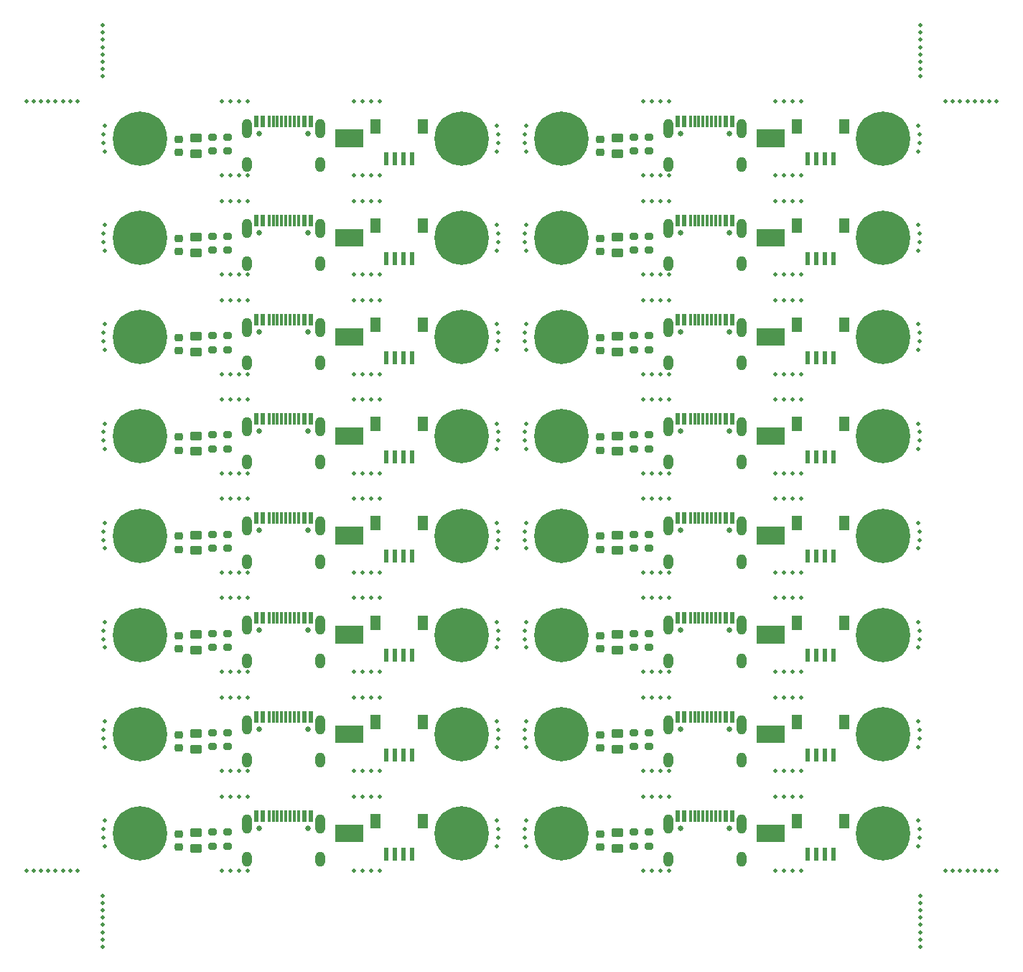
<source format=gbs>
%TF.GenerationSoftware,KiCad,Pcbnew,(6.0.5)*%
%TF.CreationDate,2022-06-15T20:47:15+08:00*%
%TF.ProjectId,panel,70616e65-6c2e-46b6-9963-61645f706362,rev?*%
%TF.SameCoordinates,Original*%
%TF.FileFunction,Soldermask,Bot*%
%TF.FilePolarity,Negative*%
%FSLAX46Y46*%
G04 Gerber Fmt 4.6, Leading zero omitted, Abs format (unit mm)*
G04 Created by KiCad (PCBNEW (6.0.5)) date 2022-06-15 20:47:15*
%MOMM*%
%LPD*%
G01*
G04 APERTURE LIST*
G04 Aperture macros list*
%AMRoundRect*
0 Rectangle with rounded corners*
0 $1 Rounding radius*
0 $2 $3 $4 $5 $6 $7 $8 $9 X,Y pos of 4 corners*
0 Add a 4 corners polygon primitive as box body*
4,1,4,$2,$3,$4,$5,$6,$7,$8,$9,$2,$3,0*
0 Add four circle primitives for the rounded corners*
1,1,$1+$1,$2,$3*
1,1,$1+$1,$4,$5*
1,1,$1+$1,$6,$7*
1,1,$1+$1,$8,$9*
0 Add four rect primitives between the rounded corners*
20,1,$1+$1,$2,$3,$4,$5,0*
20,1,$1+$1,$4,$5,$6,$7,0*
20,1,$1+$1,$6,$7,$8,$9,0*
20,1,$1+$1,$8,$9,$2,$3,0*%
G04 Aperture macros list end*
%ADD10C,0.100000*%
%ADD11C,0.500000*%
%ADD12C,0.800000*%
%ADD13C,6.400000*%
%ADD14C,0.650000*%
%ADD15R,0.575000X1.450000*%
%ADD16R,0.300000X1.450000*%
%ADD17O,1.200000X2.300000*%
%ADD18O,1.200000X1.800000*%
%ADD19RoundRect,0.249999X-0.450001X0.262501X-0.450001X-0.262501X0.450001X-0.262501X0.450001X0.262501X0*%
%ADD20RoundRect,0.200000X0.275000X-0.200000X0.275000X0.200000X-0.275000X0.200000X-0.275000X-0.200000X0*%
%ADD21R,0.600000X1.550000*%
%ADD22R,1.200000X1.800000*%
%ADD23RoundRect,0.225000X-0.250000X0.225000X-0.250000X-0.225000X0.250000X-0.225000X0.250000X0.225000X0*%
G04 APERTURE END LIST*
%TO.C,G1*%
G36*
X54599152Y-99480190D02*
G01*
X51424144Y-99480190D01*
X51424144Y-97495810D01*
X54599152Y-97495810D01*
X54599152Y-99480190D01*
G37*
D10*
X54599152Y-99480190D02*
X51424144Y-99480190D01*
X51424144Y-97495810D01*
X54599152Y-97495810D01*
X54599152Y-99480190D01*
G36*
X54599152Y-64380190D02*
G01*
X51424144Y-64380190D01*
X51424144Y-62395810D01*
X54599152Y-62395810D01*
X54599152Y-64380190D01*
G37*
X54599152Y-64380190D02*
X51424144Y-64380190D01*
X51424144Y-62395810D01*
X54599152Y-62395810D01*
X54599152Y-64380190D01*
G36*
X54599152Y-87780190D02*
G01*
X51424144Y-87780190D01*
X51424144Y-85795810D01*
X54599152Y-85795810D01*
X54599152Y-87780190D01*
G37*
X54599152Y-87780190D02*
X51424144Y-87780190D01*
X51424144Y-85795810D01*
X54599152Y-85795810D01*
X54599152Y-87780190D01*
G36*
X54599152Y-29280190D02*
G01*
X51424144Y-29280190D01*
X51424144Y-27295810D01*
X54599152Y-27295810D01*
X54599152Y-29280190D01*
G37*
X54599152Y-29280190D02*
X51424144Y-29280190D01*
X51424144Y-27295810D01*
X54599152Y-27295810D01*
X54599152Y-29280190D01*
G36*
X54599152Y-76080190D02*
G01*
X51424144Y-76080190D01*
X51424144Y-74095810D01*
X54599152Y-74095810D01*
X54599152Y-76080190D01*
G37*
X54599152Y-76080190D02*
X51424144Y-76080190D01*
X51424144Y-74095810D01*
X54599152Y-74095810D01*
X54599152Y-76080190D01*
G36*
X104299152Y-52680190D02*
G01*
X101124144Y-52680190D01*
X101124144Y-50695810D01*
X104299152Y-50695810D01*
X104299152Y-52680190D01*
G37*
X104299152Y-52680190D02*
X101124144Y-52680190D01*
X101124144Y-50695810D01*
X104299152Y-50695810D01*
X104299152Y-52680190D01*
G36*
X104299152Y-40980190D02*
G01*
X101124144Y-40980190D01*
X101124144Y-38995810D01*
X104299152Y-38995810D01*
X104299152Y-40980190D01*
G37*
X104299152Y-40980190D02*
X101124144Y-40980190D01*
X101124144Y-38995810D01*
X104299152Y-38995810D01*
X104299152Y-40980190D01*
G36*
X104299152Y-76080190D02*
G01*
X101124144Y-76080190D01*
X101124144Y-74095810D01*
X104299152Y-74095810D01*
X104299152Y-76080190D01*
G37*
X104299152Y-76080190D02*
X101124144Y-76080190D01*
X101124144Y-74095810D01*
X104299152Y-74095810D01*
X104299152Y-76080190D01*
G36*
X104299152Y-111180190D02*
G01*
X101124144Y-111180190D01*
X101124144Y-109195810D01*
X104299152Y-109195810D01*
X104299152Y-111180190D01*
G37*
X104299152Y-111180190D02*
X101124144Y-111180190D01*
X101124144Y-109195810D01*
X104299152Y-109195810D01*
X104299152Y-111180190D01*
G36*
X104299152Y-87780190D02*
G01*
X101124144Y-87780190D01*
X101124144Y-85795810D01*
X104299152Y-85795810D01*
X104299152Y-87780190D01*
G37*
X104299152Y-87780190D02*
X101124144Y-87780190D01*
X101124144Y-85795810D01*
X104299152Y-85795810D01*
X104299152Y-87780190D01*
G36*
X104299152Y-29280190D02*
G01*
X101124144Y-29280190D01*
X101124144Y-27295810D01*
X104299152Y-27295810D01*
X104299152Y-29280190D01*
G37*
X104299152Y-29280190D02*
X101124144Y-29280190D01*
X101124144Y-27295810D01*
X104299152Y-27295810D01*
X104299152Y-29280190D01*
G36*
X104299152Y-64380190D02*
G01*
X101124144Y-64380190D01*
X101124144Y-62395810D01*
X104299152Y-62395810D01*
X104299152Y-64380190D01*
G37*
X104299152Y-64380190D02*
X101124144Y-64380190D01*
X101124144Y-62395810D01*
X104299152Y-62395810D01*
X104299152Y-64380190D01*
G36*
X54599152Y-52680190D02*
G01*
X51424144Y-52680190D01*
X51424144Y-50695810D01*
X54599152Y-50695810D01*
X54599152Y-52680190D01*
G37*
X54599152Y-52680190D02*
X51424144Y-52680190D01*
X51424144Y-50695810D01*
X54599152Y-50695810D01*
X54599152Y-52680190D01*
G36*
X54599152Y-111180190D02*
G01*
X51424144Y-111180190D01*
X51424144Y-109195810D01*
X54599152Y-109195810D01*
X54599152Y-111180190D01*
G37*
X54599152Y-111180190D02*
X51424144Y-111180190D01*
X51424144Y-109195810D01*
X54599152Y-109195810D01*
X54599152Y-111180190D01*
G36*
X54599152Y-40980190D02*
G01*
X51424144Y-40980190D01*
X51424144Y-38995810D01*
X54599152Y-38995810D01*
X54599152Y-40980190D01*
G37*
X54599152Y-40980190D02*
X51424144Y-40980190D01*
X51424144Y-38995810D01*
X54599152Y-38995810D01*
X54599152Y-40980190D01*
G36*
X104299152Y-99480190D02*
G01*
X101124144Y-99480190D01*
X101124144Y-97495810D01*
X104299152Y-97495810D01*
X104299152Y-99480190D01*
G37*
X104299152Y-99480190D02*
X101124144Y-99480190D01*
X101124144Y-97495810D01*
X104299152Y-97495810D01*
X104299152Y-99480190D01*
%TD*%
D11*
%TO.C,REF\u002A\u002A*%
X90765765Y-70800000D03*
%TD*%
%TO.C,REF\u002A\u002A*%
X90765765Y-24000000D03*
%TD*%
%TO.C,REF\u002A\u002A*%
X24029255Y-62940601D03*
%TD*%
%TO.C,REF\u002A\u002A*%
X123397295Y-24000000D03*
%TD*%
%TO.C,REF\u002A\u002A*%
X41065765Y-35700000D03*
%TD*%
%TO.C,REF\u002A\u002A*%
X55631530Y-94200000D03*
%TD*%
%TO.C,REF\u002A\u002A*%
X40065765Y-82500000D03*
%TD*%
%TO.C,REF\u002A\u002A*%
X120368040Y-74640601D03*
%TD*%
%TO.C,REF\u002A\u002A*%
X24000000Y-122742857D03*
%TD*%
%TO.C,REF\u002A\u002A*%
X120368040Y-75659398D03*
%TD*%
%TO.C,REF\u002A\u002A*%
X73729255Y-87359398D03*
%TD*%
%TO.C,REF\u002A\u002A*%
X41065765Y-24000000D03*
%TD*%
%TO.C,REF\u002A\u002A*%
X90765765Y-35700000D03*
%TD*%
D12*
%TO.C,MH1*%
X63948648Y-51750000D03*
X64651592Y-50052944D03*
X66348648Y-49350000D03*
X64651592Y-53447056D03*
X66348648Y-54150000D03*
X68045704Y-50052944D03*
D13*
X66348648Y-51750000D03*
D12*
X68045704Y-53447056D03*
X68748648Y-51750000D03*
%TD*%
D11*
%TO.C,REF\u002A\u002A*%
X56631530Y-56100000D03*
%TD*%
%TO.C,REF\u002A\u002A*%
X54631530Y-102900000D03*
%TD*%
%TO.C,REF\u002A\u002A*%
X56631530Y-47400000D03*
%TD*%
%TO.C,REF\u002A\u002A*%
X24000000Y-117600000D03*
%TD*%
%TO.C,REF\u002A\u002A*%
X70430427Y-108750000D03*
%TD*%
%TO.C,REF\u002A\u002A*%
X104331530Y-114600000D03*
%TD*%
%TO.C,REF\u002A\u002A*%
X24000000Y-123600000D03*
%TD*%
%TO.C,REF\u002A\u002A*%
X87765765Y-67800000D03*
%TD*%
%TO.C,REF\u002A\u002A*%
X24266868Y-61950000D03*
%TD*%
%TO.C,REF\u002A\u002A*%
X127683009Y-114600000D03*
%TD*%
%TO.C,REF\u002A\u002A*%
X120368040Y-39540601D03*
%TD*%
%TO.C,REF\u002A\u002A*%
X24000000Y-21000000D03*
%TD*%
%TO.C,REF\u002A\u002A*%
X73966868Y-53250000D03*
%TD*%
%TO.C,REF\u002A\u002A*%
X120130427Y-85350000D03*
%TD*%
%TO.C,REF\u002A\u002A*%
X54631530Y-67800000D03*
%TD*%
%TO.C,REF\u002A\u002A*%
X105331530Y-67800000D03*
%TD*%
%TO.C,REF\u002A\u002A*%
X120368040Y-28859398D03*
%TD*%
%TO.C,REF\u002A\u002A*%
X88765765Y-32700000D03*
%TD*%
%TO.C,REF\u002A\u002A*%
X120368040Y-63959398D03*
%TD*%
%TO.C,REF\u002A\u002A*%
X15857142Y-114600000D03*
%TD*%
%TO.C,REF\u002A\u002A*%
X54631530Y-59100000D03*
%TD*%
%TO.C,REF\u002A\u002A*%
X53631530Y-82500000D03*
%TD*%
%TO.C,REF\u002A\u002A*%
X39065765Y-56100000D03*
%TD*%
%TO.C,REF\u002A\u002A*%
X70430427Y-73650000D03*
%TD*%
%TO.C,REF\u002A\u002A*%
X120368040Y-27840601D03*
%TD*%
%TO.C,REF\u002A\u002A*%
X73729255Y-110759398D03*
%TD*%
%TO.C,REF\u002A\u002A*%
X73729255Y-74640601D03*
%TD*%
%TO.C,REF\u002A\u002A*%
X16714285Y-114600000D03*
%TD*%
%TO.C,REF\u002A\u002A*%
X120397295Y-121885714D03*
%TD*%
%TO.C,REF\u002A\u002A*%
X73966868Y-73650000D03*
%TD*%
%TO.C,REF\u002A\u002A*%
X87765765Y-47400000D03*
%TD*%
%TO.C,REF\u002A\u002A*%
X55631530Y-67800000D03*
%TD*%
%TO.C,REF\u002A\u002A*%
X24266868Y-50250000D03*
%TD*%
%TO.C,REF\u002A\u002A*%
X55631530Y-47400000D03*
%TD*%
D12*
%TO.C,MH2*%
X30748648Y-40050000D03*
X25948648Y-40050000D03*
D13*
X28348648Y-40050000D03*
D12*
X28348648Y-37650000D03*
X28348648Y-42450000D03*
X30045704Y-41747056D03*
X26651592Y-41747056D03*
X30045704Y-38352944D03*
X26651592Y-38352944D03*
%TD*%
D11*
%TO.C,REF\u002A\u002A*%
X39065765Y-24000000D03*
%TD*%
%TO.C,REF\u002A\u002A*%
X120397295Y-19285714D03*
%TD*%
%TO.C,REF\u002A\u002A*%
X70668040Y-40559398D03*
%TD*%
%TO.C,REF\u002A\u002A*%
X103331530Y-70800000D03*
%TD*%
%TO.C,REF\u002A\u002A*%
X55631530Y-70800000D03*
%TD*%
%TO.C,REF\u002A\u002A*%
X24266868Y-26850000D03*
%TD*%
%TO.C,REF\u002A\u002A*%
X56631530Y-114600000D03*
%TD*%
%TO.C,REF\u002A\u002A*%
X39065765Y-102900000D03*
%TD*%
%TO.C,REF\u002A\u002A*%
X88765765Y-35700000D03*
%TD*%
%TO.C,REF\u002A\u002A*%
X105331530Y-105900000D03*
%TD*%
%TO.C,REF\u002A\u002A*%
X89765765Y-59100000D03*
%TD*%
%TO.C,REF\u002A\u002A*%
X39065765Y-94200000D03*
%TD*%
%TO.C,REF\u002A\u002A*%
X104331530Y-94200000D03*
%TD*%
%TO.C,REF\u002A\u002A*%
X24000000Y-19285714D03*
%TD*%
%TO.C,REF\u002A\u002A*%
X104331530Y-56100000D03*
%TD*%
%TO.C,REF\u002A\u002A*%
X38065765Y-59100000D03*
%TD*%
%TO.C,REF\u002A\u002A*%
X128540152Y-114600000D03*
%TD*%
%TO.C,REF\u002A\u002A*%
X56631530Y-94200000D03*
%TD*%
%TO.C,REF\u002A\u002A*%
X56631530Y-105900000D03*
%TD*%
%TO.C,REF\u002A\u002A*%
X105331530Y-102900000D03*
%TD*%
%TO.C,REF\u002A\u002A*%
X73966868Y-108750000D03*
%TD*%
D12*
%TO.C,MH1*%
X68748648Y-28350000D03*
D13*
X66348648Y-28350000D03*
D12*
X68045704Y-30047056D03*
X66348648Y-30750000D03*
X64651592Y-30047056D03*
X68045704Y-26652944D03*
X63948648Y-28350000D03*
X66348648Y-25950000D03*
X64651592Y-26652944D03*
%TD*%
D11*
%TO.C,REF\u002A\u002A*%
X41065765Y-114600000D03*
%TD*%
%TO.C,REF\u002A\u002A*%
X70430427Y-85350000D03*
%TD*%
%TO.C,REF\u002A\u002A*%
X125111580Y-24000000D03*
%TD*%
%TO.C,REF\u002A\u002A*%
X55631530Y-35700000D03*
%TD*%
%TO.C,REF\u002A\u002A*%
X126825866Y-114600000D03*
%TD*%
%TO.C,REF\u002A\u002A*%
X41065765Y-70800000D03*
%TD*%
%TO.C,REF\u002A\u002A*%
X56631530Y-70800000D03*
%TD*%
%TO.C,REF\u002A\u002A*%
X88765765Y-91200000D03*
%TD*%
%TO.C,REF\u002A\u002A*%
X53631530Y-94200000D03*
%TD*%
%TO.C,REF\u002A\u002A*%
X17571428Y-24000000D03*
%TD*%
%TO.C,REF\u002A\u002A*%
X24029255Y-39540601D03*
%TD*%
%TO.C,REF\u002A\u002A*%
X70430427Y-50250000D03*
%TD*%
%TO.C,REF\u002A\u002A*%
X105331530Y-82500000D03*
%TD*%
%TO.C,REF\u002A\u002A*%
X73729255Y-40559398D03*
%TD*%
%TO.C,REF\u002A\u002A*%
X87765765Y-91200000D03*
%TD*%
%TO.C,REF\u002A\u002A*%
X38065765Y-70800000D03*
%TD*%
%TO.C,REF\u002A\u002A*%
X105331530Y-32700000D03*
%TD*%
%TO.C,REF\u002A\u002A*%
X88765765Y-67800000D03*
%TD*%
%TO.C,REF\u002A\u002A*%
X38065765Y-114600000D03*
%TD*%
%TO.C,REF\u002A\u002A*%
X103331530Y-94200000D03*
%TD*%
%TO.C,REF\u002A\u002A*%
X120397295Y-117600000D03*
%TD*%
%TO.C,REF\u002A\u002A*%
X39065765Y-32700000D03*
%TD*%
%TO.C,REF\u002A\u002A*%
X41065765Y-91200000D03*
%TD*%
%TO.C,REF\u002A\u002A*%
X104331530Y-102900000D03*
%TD*%
D12*
%TO.C,MH1*%
X116048648Y-100950000D03*
X114351592Y-100247056D03*
X117745704Y-100247056D03*
D13*
X116048648Y-98550000D03*
D12*
X114351592Y-96852944D03*
X117745704Y-96852944D03*
X113648648Y-98550000D03*
X118448648Y-98550000D03*
X116048648Y-96150000D03*
%TD*%
D11*
%TO.C,REF\u002A\u002A*%
X103331530Y-32700000D03*
%TD*%
%TO.C,REF\u002A\u002A*%
X120368040Y-51240601D03*
%TD*%
%TO.C,REF\u002A\u002A*%
X39065765Y-35700000D03*
%TD*%
%TO.C,REF\u002A\u002A*%
X24266868Y-108750000D03*
%TD*%
%TO.C,REF\u002A\u002A*%
X41065765Y-32700000D03*
%TD*%
%TO.C,REF\u002A\u002A*%
X104331530Y-24000000D03*
%TD*%
%TO.C,REF\u002A\u002A*%
X56631530Y-79500000D03*
%TD*%
%TO.C,REF\u002A\u002A*%
X106331530Y-44400000D03*
%TD*%
%TO.C,REF\u002A\u002A*%
X105331530Y-94200000D03*
%TD*%
%TO.C,REF\u002A\u002A*%
X40065765Y-79500000D03*
%TD*%
%TO.C,REF\u002A\u002A*%
X128540152Y-24000000D03*
%TD*%
%TO.C,REF\u002A\u002A*%
X54631530Y-35700000D03*
%TD*%
%TO.C,REF\u002A\u002A*%
X53631530Y-47400000D03*
%TD*%
%TO.C,REF\u002A\u002A*%
X105331530Y-59100000D03*
%TD*%
D12*
%TO.C,MH2*%
X76351592Y-38352944D03*
X79745704Y-38352944D03*
X78048648Y-42450000D03*
X76351592Y-41747056D03*
X79745704Y-41747056D03*
X78048648Y-37650000D03*
D13*
X78048648Y-40050000D03*
D12*
X75648648Y-40050000D03*
X80448648Y-40050000D03*
%TD*%
D11*
%TO.C,REF\u002A\u002A*%
X40065765Y-35700000D03*
%TD*%
%TO.C,REF\u002A\u002A*%
X21000000Y-114600000D03*
%TD*%
%TO.C,REF\u002A\u002A*%
X70668040Y-87359398D03*
%TD*%
%TO.C,REF\u002A\u002A*%
X88765765Y-44400000D03*
%TD*%
%TO.C,REF\u002A\u002A*%
X105331530Y-56100000D03*
%TD*%
%TO.C,REF\u002A\u002A*%
X38065765Y-35700000D03*
%TD*%
%TO.C,REF\u002A\u002A*%
X120130427Y-53250000D03*
%TD*%
%TO.C,REF\u002A\u002A*%
X103331530Y-102900000D03*
%TD*%
D12*
%TO.C,MH1*%
X114351592Y-61752944D03*
X114351592Y-65147056D03*
X116048648Y-61050000D03*
X117745704Y-65147056D03*
D13*
X116048648Y-63450000D03*
D12*
X113648648Y-63450000D03*
X116048648Y-65850000D03*
X117745704Y-61752944D03*
X118448648Y-63450000D03*
%TD*%
D11*
%TO.C,REF\u002A\u002A*%
X40065765Y-67800000D03*
%TD*%
%TO.C,REF\u002A\u002A*%
X41065765Y-94200000D03*
%TD*%
%TO.C,REF\u002A\u002A*%
X41065765Y-47400000D03*
%TD*%
%TO.C,REF\u002A\u002A*%
X105331530Y-35700000D03*
%TD*%
D12*
%TO.C,MH2*%
X78048648Y-54150000D03*
X76351592Y-53447056D03*
D13*
X78048648Y-51750000D03*
D12*
X76351592Y-50052944D03*
X79745704Y-50052944D03*
X75648648Y-51750000D03*
X79745704Y-53447056D03*
X80448648Y-51750000D03*
X78048648Y-49350000D03*
%TD*%
D11*
%TO.C,REF\u002A\u002A*%
X106331530Y-94200000D03*
%TD*%
%TO.C,REF\u002A\u002A*%
X24266868Y-41550000D03*
%TD*%
%TO.C,REF\u002A\u002A*%
X39065765Y-67800000D03*
%TD*%
%TO.C,REF\u002A\u002A*%
X105331530Y-70800000D03*
%TD*%
%TO.C,REF\u002A\u002A*%
X88765765Y-94200000D03*
%TD*%
%TO.C,REF\u002A\u002A*%
X70668040Y-86340601D03*
%TD*%
%TO.C,REF\u002A\u002A*%
X90765765Y-91200000D03*
%TD*%
%TO.C,REF\u002A\u002A*%
X15857142Y-24000000D03*
%TD*%
%TO.C,REF\u002A\u002A*%
X54631530Y-114600000D03*
%TD*%
%TO.C,REF\u002A\u002A*%
X39065765Y-91200000D03*
%TD*%
%TO.C,REF\u002A\u002A*%
X104331530Y-67800000D03*
%TD*%
%TO.C,REF\u002A\u002A*%
X88765765Y-82500000D03*
%TD*%
D12*
%TO.C,MH2*%
X28348648Y-54150000D03*
X28348648Y-49350000D03*
X26651592Y-50052944D03*
X25948648Y-51750000D03*
D13*
X28348648Y-51750000D03*
D12*
X26651592Y-53447056D03*
X30045704Y-50052944D03*
X30748648Y-51750000D03*
X30045704Y-53447056D03*
%TD*%
D11*
%TO.C,REF\u002A\u002A*%
X56631530Y-82500000D03*
%TD*%
%TO.C,REF\u002A\u002A*%
X53631530Y-24000000D03*
%TD*%
%TO.C,REF\u002A\u002A*%
X53631530Y-105900000D03*
%TD*%
%TO.C,REF\u002A\u002A*%
X40065765Y-114600000D03*
%TD*%
%TO.C,REF\u002A\u002A*%
X120397295Y-18428571D03*
%TD*%
%TO.C,REF\u002A\u002A*%
X90765765Y-59100000D03*
%TD*%
%TO.C,REF\u002A\u002A*%
X120397295Y-118457142D03*
%TD*%
%TO.C,REF\u002A\u002A*%
X104331530Y-70800000D03*
%TD*%
%TO.C,REF\u002A\u002A*%
X120368040Y-98040601D03*
%TD*%
%TO.C,REF\u002A\u002A*%
X105331530Y-91200000D03*
%TD*%
%TO.C,REF\u002A\u002A*%
X106331530Y-47400000D03*
%TD*%
%TO.C,REF\u002A\u002A*%
X88765765Y-70800000D03*
%TD*%
%TO.C,REF\u002A\u002A*%
X104331530Y-79500000D03*
%TD*%
%TO.C,REF\u002A\u002A*%
X90765765Y-56100000D03*
%TD*%
%TO.C,REF\u002A\u002A*%
X41065765Y-44400000D03*
%TD*%
%TO.C,REF\u002A\u002A*%
X89765765Y-105900000D03*
%TD*%
D13*
%TO.C,MH1*%
X66348648Y-75150000D03*
D12*
X64651592Y-73452944D03*
X68045704Y-76847056D03*
X63948648Y-75150000D03*
X64651592Y-76847056D03*
X66348648Y-72750000D03*
X68748648Y-75150000D03*
X66348648Y-77550000D03*
X68045704Y-73452944D03*
%TD*%
%TO.C,MH1*%
X66348648Y-89250000D03*
X68045704Y-85152944D03*
X66348648Y-84450000D03*
D13*
X66348648Y-86850000D03*
D12*
X68748648Y-86850000D03*
X64651592Y-88547056D03*
X64651592Y-85152944D03*
X63948648Y-86850000D03*
X68045704Y-88547056D03*
%TD*%
D11*
%TO.C,REF\u002A\u002A*%
X120397295Y-21000000D03*
%TD*%
D12*
%TO.C,MH1*%
X63948648Y-98550000D03*
X64651592Y-96852944D03*
X68748648Y-98550000D03*
X68045704Y-96852944D03*
D13*
X66348648Y-98550000D03*
D12*
X64651592Y-100247056D03*
X66348648Y-96150000D03*
X68045704Y-100247056D03*
X66348648Y-100950000D03*
%TD*%
D11*
%TO.C,REF\u002A\u002A*%
X41065765Y-67800000D03*
%TD*%
%TO.C,REF\u002A\u002A*%
X39065765Y-70800000D03*
%TD*%
%TO.C,REF\u002A\u002A*%
X53631530Y-70800000D03*
%TD*%
%TO.C,REF\u002A\u002A*%
X106331530Y-114600000D03*
%TD*%
%TO.C,REF\u002A\u002A*%
X53631530Y-79500000D03*
%TD*%
%TO.C,REF\u002A\u002A*%
X40065765Y-70800000D03*
%TD*%
D12*
%TO.C,MH2*%
X76351592Y-61752944D03*
X79745704Y-61752944D03*
X80448648Y-63450000D03*
X75648648Y-63450000D03*
X79745704Y-65147056D03*
X78048648Y-65850000D03*
D13*
X78048648Y-63450000D03*
D12*
X78048648Y-61050000D03*
X76351592Y-65147056D03*
%TD*%
D11*
%TO.C,REF\u002A\u002A*%
X73966868Y-64950000D03*
%TD*%
%TO.C,REF\u002A\u002A*%
X104331530Y-91200000D03*
%TD*%
%TO.C,REF\u002A\u002A*%
X73729255Y-62940601D03*
%TD*%
%TO.C,REF\u002A\u002A*%
X87765765Y-105900000D03*
%TD*%
%TO.C,REF\u002A\u002A*%
X120368040Y-62940601D03*
%TD*%
%TO.C,REF\u002A\u002A*%
X56631530Y-44400000D03*
%TD*%
%TO.C,REF\u002A\u002A*%
X104331530Y-59100000D03*
%TD*%
%TO.C,REF\u002A\u002A*%
X40065765Y-94200000D03*
%TD*%
%TO.C,REF\u002A\u002A*%
X56631530Y-91200000D03*
%TD*%
%TO.C,REF\u002A\u002A*%
X70430427Y-26850000D03*
%TD*%
%TO.C,REF\u002A\u002A*%
X120368040Y-99059398D03*
%TD*%
%TO.C,REF\u002A\u002A*%
X73966868Y-76650000D03*
%TD*%
%TO.C,REF\u002A\u002A*%
X120130427Y-111750000D03*
%TD*%
%TO.C,REF\u002A\u002A*%
X53631530Y-56100000D03*
%TD*%
%TO.C,REF\u002A\u002A*%
X24029255Y-109740601D03*
%TD*%
%TO.C,REF\u002A\u002A*%
X120368040Y-110759398D03*
%TD*%
%TO.C,REF\u002A\u002A*%
X88765765Y-47400000D03*
%TD*%
%TO.C,REF\u002A\u002A*%
X89765765Y-114600000D03*
%TD*%
%TO.C,REF\u002A\u002A*%
X87765765Y-59100000D03*
%TD*%
%TO.C,REF\u002A\u002A*%
X73729255Y-98040601D03*
%TD*%
%TO.C,REF\u002A\u002A*%
X127683009Y-24000000D03*
%TD*%
%TO.C,REF\u002A\u002A*%
X120368040Y-40559398D03*
%TD*%
%TO.C,REF\u002A\u002A*%
X105331530Y-44400000D03*
%TD*%
%TO.C,REF\u002A\u002A*%
X103331530Y-67800000D03*
%TD*%
%TO.C,REF\u002A\u002A*%
X39065765Y-114600000D03*
%TD*%
D12*
%TO.C,MH2*%
X30748648Y-63450000D03*
X28348648Y-65850000D03*
X26651592Y-61752944D03*
X26651592Y-65147056D03*
D13*
X28348648Y-63450000D03*
D12*
X28348648Y-61050000D03*
X25948648Y-63450000D03*
X30045704Y-65147056D03*
X30045704Y-61752944D03*
%TD*%
D11*
%TO.C,REF\u002A\u002A*%
X40065765Y-105900000D03*
%TD*%
%TO.C,REF\u002A\u002A*%
X70668040Y-110759398D03*
%TD*%
%TO.C,REF\u002A\u002A*%
X24266868Y-73650000D03*
%TD*%
%TO.C,REF\u002A\u002A*%
X39065765Y-105900000D03*
%TD*%
%TO.C,REF\u002A\u002A*%
X38065765Y-32700000D03*
%TD*%
%TO.C,REF\u002A\u002A*%
X38065765Y-102900000D03*
%TD*%
%TO.C,REF\u002A\u002A*%
X73966868Y-38550000D03*
%TD*%
%TO.C,REF\u002A\u002A*%
X41065765Y-82500000D03*
%TD*%
D12*
%TO.C,MH2*%
X76351592Y-111947056D03*
X76351592Y-108552944D03*
X79745704Y-108552944D03*
X80448648Y-110250000D03*
X78048648Y-112650000D03*
X75648648Y-110250000D03*
D13*
X78048648Y-110250000D03*
D12*
X78048648Y-107850000D03*
X79745704Y-111947056D03*
%TD*%
D11*
%TO.C,REF\u002A\u002A*%
X70430427Y-111750000D03*
%TD*%
%TO.C,REF\u002A\u002A*%
X88765765Y-59100000D03*
%TD*%
%TO.C,REF\u002A\u002A*%
X38065765Y-44400000D03*
%TD*%
%TO.C,REF\u002A\u002A*%
X24029255Y-87359398D03*
%TD*%
%TO.C,REF\u002A\u002A*%
X73729255Y-109740601D03*
%TD*%
%TO.C,REF\u002A\u002A*%
X120130427Y-38550000D03*
%TD*%
D12*
%TO.C,MH1*%
X68045704Y-111947056D03*
X63948648Y-110250000D03*
X64651592Y-108552944D03*
D13*
X66348648Y-110250000D03*
D12*
X66348648Y-107850000D03*
X68045704Y-108552944D03*
X68748648Y-110250000D03*
X64651592Y-111947056D03*
X66348648Y-112650000D03*
%TD*%
D11*
%TO.C,REF\u002A\u002A*%
X87765765Y-56100000D03*
%TD*%
%TO.C,REF\u002A\u002A*%
X16714285Y-24000000D03*
%TD*%
%TO.C,REF\u002A\u002A*%
X70430427Y-100050000D03*
%TD*%
%TO.C,REF\u002A\u002A*%
X70430427Y-97050000D03*
%TD*%
%TO.C,REF\u002A\u002A*%
X90765765Y-47400000D03*
%TD*%
%TO.C,REF\u002A\u002A*%
X24266868Y-76650000D03*
%TD*%
%TO.C,REF\u002A\u002A*%
X90765765Y-79500000D03*
%TD*%
%TO.C,REF\u002A\u002A*%
X103331530Y-79500000D03*
%TD*%
%TO.C,REF\u002A\u002A*%
X53631530Y-44400000D03*
%TD*%
%TO.C,REF\u002A\u002A*%
X24029255Y-63959398D03*
%TD*%
%TO.C,REF\u002A\u002A*%
X70668040Y-27840601D03*
%TD*%
%TO.C,REF\u002A\u002A*%
X55631530Y-59100000D03*
%TD*%
%TO.C,REF\u002A\u002A*%
X87765765Y-79500000D03*
%TD*%
%TO.C,REF\u002A\u002A*%
X87765765Y-44400000D03*
%TD*%
%TO.C,REF\u002A\u002A*%
X54631530Y-47400000D03*
%TD*%
%TO.C,REF\u002A\u002A*%
X120397295Y-123600000D03*
%TD*%
%TO.C,REF\u002A\u002A*%
X41065765Y-59100000D03*
%TD*%
%TO.C,REF\u002A\u002A*%
X53631530Y-32700000D03*
%TD*%
%TO.C,REF\u002A\u002A*%
X24000000Y-18428571D03*
%TD*%
%TO.C,REF\u002A\u002A*%
X55631530Y-24000000D03*
%TD*%
%TO.C,REF\u002A\u002A*%
X90765765Y-67800000D03*
%TD*%
%TO.C,REF\u002A\u002A*%
X24000000Y-121885714D03*
%TD*%
%TO.C,REF\u002A\u002A*%
X56631530Y-102900000D03*
%TD*%
%TO.C,REF\u002A\u002A*%
X70668040Y-63959398D03*
%TD*%
%TO.C,REF\u002A\u002A*%
X70668040Y-74640601D03*
%TD*%
%TO.C,REF\u002A\u002A*%
X103331530Y-82500000D03*
%TD*%
%TO.C,REF\u002A\u002A*%
X15000000Y-24000000D03*
%TD*%
%TO.C,REF\u002A\u002A*%
X104331530Y-44400000D03*
%TD*%
D13*
%TO.C,MH2*%
X28348648Y-98550000D03*
D12*
X26651592Y-100247056D03*
X28348648Y-96150000D03*
X26651592Y-96852944D03*
X30748648Y-98550000D03*
X30045704Y-96852944D03*
X25948648Y-98550000D03*
X30045704Y-100247056D03*
X28348648Y-100950000D03*
%TD*%
D11*
%TO.C,REF\u002A\u002A*%
X120130427Y-108750000D03*
%TD*%
%TO.C,REF\u002A\u002A*%
X54631530Y-32700000D03*
%TD*%
%TO.C,REF\u002A\u002A*%
X124254437Y-114600000D03*
%TD*%
%TO.C,REF\u002A\u002A*%
X73729255Y-75659398D03*
%TD*%
%TO.C,REF\u002A\u002A*%
X24266868Y-88350000D03*
%TD*%
%TO.C,REF\u002A\u002A*%
X103331530Y-47400000D03*
%TD*%
%TO.C,REF\u002A\u002A*%
X87765765Y-35700000D03*
%TD*%
%TO.C,REF\u002A\u002A*%
X103331530Y-56100000D03*
%TD*%
%TO.C,REF\u002A\u002A*%
X38065765Y-105900000D03*
%TD*%
%TO.C,REF\u002A\u002A*%
X88765765Y-102900000D03*
%TD*%
%TO.C,REF\u002A\u002A*%
X120130427Y-97050000D03*
%TD*%
%TO.C,REF\u002A\u002A*%
X56631530Y-32700000D03*
%TD*%
D12*
%TO.C,MH1*%
X114351592Y-108552944D03*
X116048648Y-112650000D03*
X118448648Y-110250000D03*
X117745704Y-111947056D03*
X114351592Y-111947056D03*
D13*
X116048648Y-110250000D03*
D12*
X117745704Y-108552944D03*
X116048648Y-107850000D03*
X113648648Y-110250000D03*
%TD*%
D11*
%TO.C,REF\u002A\u002A*%
X88765765Y-114600000D03*
%TD*%
%TO.C,REF\u002A\u002A*%
X73966868Y-29850000D03*
%TD*%
%TO.C,REF\u002A\u002A*%
X70668040Y-28859398D03*
%TD*%
%TO.C,REF\u002A\u002A*%
X24029255Y-40559398D03*
%TD*%
%TO.C,REF\u002A\u002A*%
X73729255Y-39540601D03*
%TD*%
%TO.C,REF\u002A\u002A*%
X103331530Y-105900000D03*
%TD*%
%TO.C,REF\u002A\u002A*%
X70668040Y-62940601D03*
%TD*%
%TO.C,REF\u002A\u002A*%
X24029255Y-99059398D03*
%TD*%
D12*
%TO.C,MH2*%
X75648648Y-86850000D03*
X78048648Y-89250000D03*
X80448648Y-86850000D03*
X79745704Y-88547056D03*
X79745704Y-85152944D03*
X76351592Y-88547056D03*
X76351592Y-85152944D03*
X78048648Y-84450000D03*
D13*
X78048648Y-86850000D03*
%TD*%
D11*
%TO.C,REF\u002A\u002A*%
X89765765Y-24000000D03*
%TD*%
%TO.C,REF\u002A\u002A*%
X70668040Y-39540601D03*
%TD*%
%TO.C,REF\u002A\u002A*%
X70430427Y-41550000D03*
%TD*%
%TO.C,REF\u002A\u002A*%
X19285714Y-24000000D03*
%TD*%
%TO.C,REF\u002A\u002A*%
X38065765Y-91200000D03*
%TD*%
%TO.C,REF\u002A\u002A*%
X120397295Y-20142857D03*
%TD*%
%TO.C,REF\u002A\u002A*%
X87765765Y-102900000D03*
%TD*%
%TO.C,REF\u002A\u002A*%
X106331530Y-24000000D03*
%TD*%
%TO.C,REF\u002A\u002A*%
X120130427Y-88350000D03*
%TD*%
%TO.C,REF\u002A\u002A*%
X24266868Y-38550000D03*
%TD*%
%TO.C,REF\u002A\u002A*%
X70668040Y-75659398D03*
%TD*%
%TO.C,REF\u002A\u002A*%
X120368040Y-86340601D03*
%TD*%
%TO.C,REF\u002A\u002A*%
X53631530Y-35700000D03*
%TD*%
%TO.C,REF\u002A\u002A*%
X120130427Y-41550000D03*
%TD*%
%TO.C,REF\u002A\u002A*%
X24000000Y-120171428D03*
%TD*%
%TO.C,REF\u002A\u002A*%
X89765765Y-70800000D03*
%TD*%
%TO.C,REF\u002A\u002A*%
X103331530Y-44400000D03*
%TD*%
%TO.C,REF\u002A\u002A*%
X87765765Y-94200000D03*
%TD*%
%TO.C,REF\u002A\u002A*%
X20142857Y-24000000D03*
%TD*%
%TO.C,REF\u002A\u002A*%
X54631530Y-105900000D03*
%TD*%
%TO.C,REF\u002A\u002A*%
X40065765Y-24000000D03*
%TD*%
%TO.C,REF\u002A\u002A*%
X88765765Y-56100000D03*
%TD*%
%TO.C,REF\u002A\u002A*%
X106331530Y-70800000D03*
%TD*%
%TO.C,REF\u002A\u002A*%
X73729255Y-51240601D03*
%TD*%
%TO.C,REF\u002A\u002A*%
X90765765Y-102900000D03*
%TD*%
%TO.C,REF\u002A\u002A*%
X70430427Y-38550000D03*
%TD*%
%TO.C,REF\u002A\u002A*%
X120130427Y-61950000D03*
%TD*%
%TO.C,REF\u002A\u002A*%
X89765765Y-91200000D03*
%TD*%
%TO.C,REF\u002A\u002A*%
X55631530Y-32700000D03*
%TD*%
%TO.C,REF\u002A\u002A*%
X120130427Y-64950000D03*
%TD*%
%TO.C,REF\u002A\u002A*%
X39065765Y-59100000D03*
%TD*%
%TO.C,REF\u002A\u002A*%
X39065765Y-44400000D03*
%TD*%
%TO.C,REF\u002A\u002A*%
X56631530Y-67800000D03*
%TD*%
D12*
%TO.C,MH1*%
X64651592Y-65147056D03*
X68748648Y-63450000D03*
X63948648Y-63450000D03*
X66348648Y-65850000D03*
X64651592Y-61752944D03*
D13*
X66348648Y-63450000D03*
D12*
X68045704Y-65147056D03*
X66348648Y-61050000D03*
X68045704Y-61752944D03*
%TD*%
D11*
%TO.C,REF\u002A\u002A*%
X24000000Y-20142857D03*
%TD*%
%TO.C,REF\u002A\u002A*%
X106331530Y-59100000D03*
%TD*%
%TO.C,REF\u002A\u002A*%
X89765765Y-67800000D03*
%TD*%
%TO.C,REF\u002A\u002A*%
X120130427Y-100050000D03*
%TD*%
%TO.C,REF\u002A\u002A*%
X120397295Y-15857142D03*
%TD*%
%TO.C,REF\u002A\u002A*%
X123397295Y-114600000D03*
%TD*%
%TO.C,REF\u002A\u002A*%
X90765765Y-105900000D03*
%TD*%
%TO.C,REF\u002A\u002A*%
X54631530Y-79500000D03*
%TD*%
%TO.C,REF\u002A\u002A*%
X106331530Y-79500000D03*
%TD*%
%TO.C,REF\u002A\u002A*%
X70668040Y-99059398D03*
%TD*%
%TO.C,REF\u002A\u002A*%
X73966868Y-97050000D03*
%TD*%
D13*
%TO.C,MH2*%
X28348648Y-75150000D03*
D12*
X26651592Y-76847056D03*
X30045704Y-73452944D03*
X26651592Y-73452944D03*
X30748648Y-75150000D03*
X30045704Y-76847056D03*
X25948648Y-75150000D03*
X28348648Y-77550000D03*
X28348648Y-72750000D03*
%TD*%
D11*
%TO.C,REF\u002A\u002A*%
X73966868Y-111750000D03*
%TD*%
D12*
%TO.C,MH1*%
X66348648Y-42450000D03*
X68748648Y-40050000D03*
X68045704Y-41747056D03*
X64651592Y-38352944D03*
X63948648Y-40050000D03*
X66348648Y-37650000D03*
D13*
X66348648Y-40050000D03*
D12*
X68045704Y-38352944D03*
X64651592Y-41747056D03*
%TD*%
D11*
%TO.C,REF\u002A\u002A*%
X41065765Y-56100000D03*
%TD*%
%TO.C,REF\u002A\u002A*%
X73966868Y-26850000D03*
%TD*%
D12*
%TO.C,MH1*%
X114351592Y-85152944D03*
X114351592Y-88547056D03*
X118448648Y-86850000D03*
X116048648Y-84450000D03*
X116048648Y-89250000D03*
X117745704Y-88547056D03*
D13*
X116048648Y-86850000D03*
D12*
X113648648Y-86850000D03*
X117745704Y-85152944D03*
%TD*%
D11*
%TO.C,REF\u002A\u002A*%
X21000000Y-24000000D03*
%TD*%
%TO.C,REF\u002A\u002A*%
X125968723Y-114600000D03*
%TD*%
%TO.C,REF\u002A\u002A*%
X105331530Y-79500000D03*
%TD*%
%TO.C,REF\u002A\u002A*%
X106331530Y-35700000D03*
%TD*%
%TO.C,REF\u002A\u002A*%
X55631530Y-56100000D03*
%TD*%
%TO.C,REF\u002A\u002A*%
X40065765Y-32700000D03*
%TD*%
%TO.C,REF\u002A\u002A*%
X73966868Y-61950000D03*
%TD*%
D12*
%TO.C,MH2*%
X26651592Y-88547056D03*
X30748648Y-86850000D03*
X26651592Y-85152944D03*
X28348648Y-84450000D03*
X25948648Y-86850000D03*
X30045704Y-88547056D03*
D13*
X28348648Y-86850000D03*
D12*
X30045704Y-85152944D03*
X28348648Y-89250000D03*
%TD*%
D11*
%TO.C,REF\u002A\u002A*%
X87765765Y-24000000D03*
%TD*%
%TO.C,REF\u002A\u002A*%
X87765765Y-82500000D03*
%TD*%
%TO.C,REF\u002A\u002A*%
X38065765Y-24000000D03*
%TD*%
%TO.C,REF\u002A\u002A*%
X120368040Y-109740601D03*
%TD*%
%TO.C,REF\u002A\u002A*%
X103331530Y-59100000D03*
%TD*%
%TO.C,REF\u002A\u002A*%
X103331530Y-35700000D03*
%TD*%
%TO.C,REF\u002A\u002A*%
X24266868Y-64950000D03*
%TD*%
%TO.C,REF\u002A\u002A*%
X120130427Y-50250000D03*
%TD*%
%TO.C,REF\u002A\u002A*%
X88765765Y-24000000D03*
%TD*%
%TO.C,REF\u002A\u002A*%
X24000000Y-15000000D03*
%TD*%
D12*
%TO.C,MH1*%
X117745704Y-76847056D03*
X118448648Y-75150000D03*
X116048648Y-72750000D03*
X116048648Y-77550000D03*
X113648648Y-75150000D03*
X117745704Y-73452944D03*
D13*
X116048648Y-75150000D03*
D12*
X114351592Y-73452944D03*
X114351592Y-76847056D03*
%TD*%
D11*
%TO.C,REF\u002A\u002A*%
X40065765Y-47400000D03*
%TD*%
%TO.C,REF\u002A\u002A*%
X89765765Y-79500000D03*
%TD*%
%TO.C,REF\u002A\u002A*%
X120130427Y-29850000D03*
%TD*%
D12*
%TO.C,MH1*%
X116048648Y-25950000D03*
X116048648Y-30750000D03*
X118448648Y-28350000D03*
X114351592Y-26652944D03*
D13*
X116048648Y-28350000D03*
D12*
X117745704Y-30047056D03*
X114351592Y-30047056D03*
X117745704Y-26652944D03*
X113648648Y-28350000D03*
%TD*%
%TO.C,MH2*%
X79745704Y-96852944D03*
X80448648Y-98550000D03*
X79745704Y-100247056D03*
X78048648Y-96150000D03*
X78048648Y-100950000D03*
X75648648Y-98550000D03*
X76351592Y-100247056D03*
D13*
X78048648Y-98550000D03*
D12*
X76351592Y-96852944D03*
%TD*%
D11*
%TO.C,REF\u002A\u002A*%
X106331530Y-56100000D03*
%TD*%
%TO.C,REF\u002A\u002A*%
X120130427Y-73650000D03*
%TD*%
%TO.C,REF\u002A\u002A*%
X88765765Y-105900000D03*
%TD*%
%TO.C,REF\u002A\u002A*%
X41065765Y-102900000D03*
%TD*%
%TO.C,REF\u002A\u002A*%
X54631530Y-56100000D03*
%TD*%
%TO.C,REF\u002A\u002A*%
X55631530Y-44400000D03*
%TD*%
%TO.C,REF\u002A\u002A*%
X73729255Y-86340601D03*
%TD*%
%TO.C,REF\u002A\u002A*%
X55631530Y-105900000D03*
%TD*%
%TO.C,REF\u002A\u002A*%
X24266868Y-100050000D03*
%TD*%
%TO.C,REF\u002A\u002A*%
X54631530Y-91200000D03*
%TD*%
D12*
%TO.C,MH1*%
X117745704Y-41747056D03*
X114351592Y-41747056D03*
X114351592Y-38352944D03*
X117745704Y-38352944D03*
D13*
X116048648Y-40050000D03*
D12*
X113648648Y-40050000D03*
X116048648Y-37650000D03*
X116048648Y-42450000D03*
X118448648Y-40050000D03*
%TD*%
D11*
%TO.C,REF\u002A\u002A*%
X89765765Y-32700000D03*
%TD*%
%TO.C,REF\u002A\u002A*%
X24029255Y-98040601D03*
%TD*%
%TO.C,REF\u002A\u002A*%
X53631530Y-67800000D03*
%TD*%
D12*
%TO.C,MH2*%
X79745704Y-30047056D03*
X76351592Y-30047056D03*
X80448648Y-28350000D03*
X78048648Y-30750000D03*
X76351592Y-26652944D03*
D13*
X78048648Y-28350000D03*
D12*
X79745704Y-26652944D03*
X75648648Y-28350000D03*
X78048648Y-25950000D03*
%TD*%
D11*
%TO.C,REF\u002A\u002A*%
X124254437Y-24000000D03*
%TD*%
%TO.C,REF\u002A\u002A*%
X73966868Y-85350000D03*
%TD*%
%TO.C,REF\u002A\u002A*%
X56631530Y-35700000D03*
%TD*%
%TO.C,REF\u002A\u002A*%
X53631530Y-91200000D03*
%TD*%
%TO.C,REF\u002A\u002A*%
X24266868Y-29850000D03*
%TD*%
%TO.C,REF\u002A\u002A*%
X19285714Y-114600000D03*
%TD*%
%TO.C,REF\u002A\u002A*%
X54631530Y-82500000D03*
%TD*%
%TO.C,REF\u002A\u002A*%
X70430427Y-53250000D03*
%TD*%
%TO.C,REF\u002A\u002A*%
X38065765Y-56100000D03*
%TD*%
%TO.C,REF\u002A\u002A*%
X24029255Y-110759398D03*
%TD*%
%TO.C,REF\u002A\u002A*%
X24000000Y-15857142D03*
%TD*%
%TO.C,REF\u002A\u002A*%
X24000000Y-17571428D03*
%TD*%
%TO.C,REF\u002A\u002A*%
X120130427Y-76650000D03*
%TD*%
%TO.C,REF\u002A\u002A*%
X120397295Y-122742857D03*
%TD*%
%TO.C,REF\u002A\u002A*%
X106331530Y-102900000D03*
%TD*%
%TO.C,REF\u002A\u002A*%
X20142857Y-114600000D03*
%TD*%
%TO.C,REF\u002A\u002A*%
X89765765Y-44400000D03*
%TD*%
%TO.C,REF\u002A\u002A*%
X38065765Y-94200000D03*
%TD*%
%TO.C,REF\u002A\u002A*%
X104331530Y-47400000D03*
%TD*%
%TO.C,REF\u002A\u002A*%
X120368040Y-52259398D03*
%TD*%
%TO.C,REF\u002A\u002A*%
X90765765Y-82500000D03*
%TD*%
%TO.C,REF\u002A\u002A*%
X54631530Y-94200000D03*
%TD*%
%TO.C,REF\u002A\u002A*%
X126825866Y-24000000D03*
%TD*%
%TO.C,REF\u002A\u002A*%
X70668040Y-51240601D03*
%TD*%
%TO.C,REF\u002A\u002A*%
X24000000Y-118457142D03*
%TD*%
%TO.C,REF\u002A\u002A*%
X39065765Y-47400000D03*
%TD*%
%TO.C,REF\u002A\u002A*%
X24266868Y-97050000D03*
%TD*%
%TO.C,REF\u002A\u002A*%
X41065765Y-79500000D03*
%TD*%
%TO.C,REF\u002A\u002A*%
X24029255Y-27840601D03*
%TD*%
%TO.C,REF\u002A\u002A*%
X39065765Y-79500000D03*
%TD*%
%TO.C,REF\u002A\u002A*%
X89765765Y-82500000D03*
%TD*%
%TO.C,REF\u002A\u002A*%
X70668040Y-52259398D03*
%TD*%
%TO.C,REF\u002A\u002A*%
X40065765Y-59100000D03*
%TD*%
%TO.C,REF\u002A\u002A*%
X106331530Y-67800000D03*
%TD*%
%TO.C,REF\u002A\u002A*%
X87765765Y-70800000D03*
%TD*%
%TO.C,REF\u002A\u002A*%
X87765765Y-114600000D03*
%TD*%
%TO.C,REF\u002A\u002A*%
X15000000Y-114600000D03*
%TD*%
%TO.C,REF\u002A\u002A*%
X104331530Y-82500000D03*
%TD*%
%TO.C,REF\u002A\u002A*%
X24029255Y-28859398D03*
%TD*%
%TO.C,REF\u002A\u002A*%
X40065765Y-91200000D03*
%TD*%
%TO.C,REF\u002A\u002A*%
X88765765Y-79500000D03*
%TD*%
%TO.C,REF\u002A\u002A*%
X24029255Y-75659398D03*
%TD*%
%TO.C,REF\u002A\u002A*%
X55631530Y-91200000D03*
%TD*%
%TO.C,REF\u002A\u002A*%
X120368040Y-87359398D03*
%TD*%
%TO.C,REF\u002A\u002A*%
X70668040Y-98040601D03*
%TD*%
%TO.C,REF\u002A\u002A*%
X54631530Y-24000000D03*
%TD*%
%TO.C,REF\u002A\u002A*%
X24266868Y-53250000D03*
%TD*%
%TO.C,REF\u002A\u002A*%
X24000000Y-16714285D03*
%TD*%
D12*
%TO.C,MH2*%
X28348648Y-112650000D03*
X26651592Y-108552944D03*
X26651592Y-111947056D03*
X30748648Y-110250000D03*
X30045704Y-108552944D03*
D13*
X28348648Y-110250000D03*
D12*
X28348648Y-107850000D03*
X25948648Y-110250000D03*
X30045704Y-111947056D03*
%TD*%
D11*
%TO.C,REF\u002A\u002A*%
X105331530Y-47400000D03*
%TD*%
%TO.C,REF\u002A\u002A*%
X55631530Y-114600000D03*
%TD*%
%TO.C,REF\u002A\u002A*%
X89765765Y-56100000D03*
%TD*%
%TO.C,REF\u002A\u002A*%
X120397295Y-16714285D03*
%TD*%
%TO.C,REF\u002A\u002A*%
X73729255Y-27840601D03*
%TD*%
%TO.C,REF\u002A\u002A*%
X125111580Y-114600000D03*
%TD*%
%TO.C,REF\u002A\u002A*%
X89765765Y-94200000D03*
%TD*%
%TO.C,REF\u002A\u002A*%
X41065765Y-105900000D03*
%TD*%
%TO.C,REF\u002A\u002A*%
X90765765Y-94200000D03*
%TD*%
%TO.C,REF\u002A\u002A*%
X103331530Y-114600000D03*
%TD*%
%TO.C,REF\u002A\u002A*%
X55631530Y-82500000D03*
%TD*%
%TO.C,REF\u002A\u002A*%
X105331530Y-24000000D03*
%TD*%
%TO.C,REF\u002A\u002A*%
X104331530Y-32700000D03*
%TD*%
%TO.C,REF\u002A\u002A*%
X70430427Y-76650000D03*
%TD*%
%TO.C,REF\u002A\u002A*%
X70668040Y-109740601D03*
%TD*%
%TO.C,REF\u002A\u002A*%
X24000000Y-119314285D03*
%TD*%
%TO.C,REF\u002A\u002A*%
X70430427Y-29850000D03*
%TD*%
%TO.C,REF\u002A\u002A*%
X40065765Y-56100000D03*
%TD*%
%TO.C,REF\u002A\u002A*%
X38065765Y-47400000D03*
%TD*%
%TO.C,REF\u002A\u002A*%
X90765765Y-114600000D03*
%TD*%
%TO.C,REF\u002A\u002A*%
X104331530Y-35700000D03*
%TD*%
%TO.C,REF\u002A\u002A*%
X90765765Y-32700000D03*
%TD*%
%TO.C,REF\u002A\u002A*%
X56631530Y-59100000D03*
%TD*%
%TO.C,REF\u002A\u002A*%
X73729255Y-52259398D03*
%TD*%
%TO.C,REF\u002A\u002A*%
X103331530Y-91200000D03*
%TD*%
%TO.C,REF\u002A\u002A*%
X120397295Y-17571428D03*
%TD*%
%TO.C,REF\u002A\u002A*%
X70430427Y-61950000D03*
%TD*%
%TO.C,REF\u002A\u002A*%
X38065765Y-67800000D03*
%TD*%
%TO.C,REF\u002A\u002A*%
X103331530Y-24000000D03*
%TD*%
%TO.C,REF\u002A\u002A*%
X55631530Y-79500000D03*
%TD*%
%TO.C,REF\u002A\u002A*%
X129397295Y-24000000D03*
%TD*%
%TO.C,REF\u002A\u002A*%
X54631530Y-70800000D03*
%TD*%
%TO.C,REF\u002A\u002A*%
X73966868Y-100050000D03*
%TD*%
%TO.C,REF\u002A\u002A*%
X53631530Y-102900000D03*
%TD*%
%TO.C,REF\u002A\u002A*%
X129397295Y-114600000D03*
%TD*%
%TO.C,REF\u002A\u002A*%
X40065765Y-102900000D03*
%TD*%
D12*
%TO.C,MH2*%
X25948648Y-28350000D03*
X28348648Y-25950000D03*
X30045704Y-26652944D03*
D13*
X28348648Y-28350000D03*
D12*
X30045704Y-30047056D03*
X26651592Y-26652944D03*
X26651592Y-30047056D03*
X28348648Y-30750000D03*
X30748648Y-28350000D03*
%TD*%
D11*
%TO.C,REF\u002A\u002A*%
X125968723Y-24000000D03*
%TD*%
%TO.C,REF\u002A\u002A*%
X53631530Y-59100000D03*
%TD*%
D12*
%TO.C,MH1*%
X118448648Y-51750000D03*
X114351592Y-50052944D03*
X114351592Y-53447056D03*
X117745704Y-50052944D03*
X113648648Y-51750000D03*
X117745704Y-53447056D03*
D13*
X116048648Y-51750000D03*
D12*
X116048648Y-54150000D03*
X116048648Y-49350000D03*
%TD*%
D11*
%TO.C,REF\u002A\u002A*%
X120397295Y-120171428D03*
%TD*%
%TO.C,REF\u002A\u002A*%
X105331530Y-114600000D03*
%TD*%
%TO.C,REF\u002A\u002A*%
X24266868Y-111750000D03*
%TD*%
%TO.C,REF\u002A\u002A*%
X73966868Y-50250000D03*
%TD*%
%TO.C,REF\u002A\u002A*%
X89765765Y-35700000D03*
%TD*%
%TO.C,REF\u002A\u002A*%
X24000000Y-121028571D03*
%TD*%
%TO.C,REF\u002A\u002A*%
X24029255Y-74640601D03*
%TD*%
%TO.C,REF\u002A\u002A*%
X39065765Y-82500000D03*
%TD*%
%TO.C,REF\u002A\u002A*%
X38065765Y-82500000D03*
%TD*%
%TO.C,REF\u002A\u002A*%
X38065765Y-79500000D03*
%TD*%
%TO.C,REF\u002A\u002A*%
X89765765Y-102900000D03*
%TD*%
%TO.C,REF\u002A\u002A*%
X90765765Y-44400000D03*
%TD*%
%TO.C,REF\u002A\u002A*%
X89765765Y-47400000D03*
%TD*%
%TO.C,REF\u002A\u002A*%
X17571428Y-114600000D03*
%TD*%
%TO.C,REF\u002A\u002A*%
X18428571Y-24000000D03*
%TD*%
%TO.C,REF\u002A\u002A*%
X73729255Y-63959398D03*
%TD*%
%TO.C,REF\u002A\u002A*%
X56631530Y-24000000D03*
%TD*%
%TO.C,REF\u002A\u002A*%
X24029255Y-51240601D03*
%TD*%
%TO.C,REF\u002A\u002A*%
X53631530Y-114600000D03*
%TD*%
%TO.C,REF\u002A\u002A*%
X70430427Y-64950000D03*
%TD*%
%TO.C,REF\u002A\u002A*%
X106331530Y-82500000D03*
%TD*%
%TO.C,REF\u002A\u002A*%
X120130427Y-26850000D03*
%TD*%
%TO.C,REF\u002A\u002A*%
X120397295Y-121028571D03*
%TD*%
%TO.C,REF\u002A\u002A*%
X54631530Y-44400000D03*
%TD*%
%TO.C,REF\u002A\u002A*%
X40065765Y-44400000D03*
%TD*%
%TO.C,REF\u002A\u002A*%
X24266868Y-85350000D03*
%TD*%
%TO.C,REF\u002A\u002A*%
X120397295Y-15000000D03*
%TD*%
%TO.C,REF\u002A\u002A*%
X24029255Y-86340601D03*
%TD*%
%TO.C,REF\u002A\u002A*%
X18428571Y-114600000D03*
%TD*%
%TO.C,REF\u002A\u002A*%
X73966868Y-88350000D03*
%TD*%
%TO.C,REF\u002A\u002A*%
X87765765Y-32700000D03*
%TD*%
%TO.C,REF\u002A\u002A*%
X73966868Y-41550000D03*
%TD*%
%TO.C,REF\u002A\u002A*%
X70430427Y-88350000D03*
%TD*%
%TO.C,REF\u002A\u002A*%
X106331530Y-32700000D03*
%TD*%
%TO.C,REF\u002A\u002A*%
X120397295Y-119314285D03*
%TD*%
%TO.C,REF\u002A\u002A*%
X24029255Y-52259398D03*
%TD*%
%TO.C,REF\u002A\u002A*%
X55631530Y-102900000D03*
%TD*%
D13*
%TO.C,MH2*%
X78048648Y-75150000D03*
D12*
X79745704Y-76847056D03*
X76351592Y-73452944D03*
X75648648Y-75150000D03*
X78048648Y-77550000D03*
X79745704Y-73452944D03*
X80448648Y-75150000D03*
X78048648Y-72750000D03*
X76351592Y-76847056D03*
%TD*%
D11*
%TO.C,REF\u002A\u002A*%
X73729255Y-99059398D03*
%TD*%
%TO.C,REF\u002A\u002A*%
X106331530Y-105900000D03*
%TD*%
%TO.C,REF\u002A\u002A*%
X106331530Y-91200000D03*
%TD*%
%TO.C,REF\u002A\u002A*%
X73729255Y-28859398D03*
%TD*%
%TO.C,REF\u002A\u002A*%
X104331530Y-105900000D03*
%TD*%
D14*
%TO.C,J1*%
X42458648Y-51150000D03*
X48238648Y-51150000D03*
D15*
X48573648Y-49705000D03*
X47798648Y-49705000D03*
D16*
X47098648Y-49705000D03*
X46598648Y-49705000D03*
X46098648Y-49705000D03*
X45598648Y-49705000D03*
X45098648Y-49705000D03*
X44598648Y-49705000D03*
X44098648Y-49705000D03*
X43598648Y-49705000D03*
D15*
X42898648Y-49705000D03*
X42123648Y-49705000D03*
D17*
X49668648Y-50620000D03*
X41028648Y-50620000D03*
D18*
X41028648Y-54800000D03*
X49668648Y-54800000D03*
%TD*%
D19*
%TO.C,R3*%
X34948648Y-63387500D03*
X34948648Y-65212500D03*
%TD*%
D20*
%TO.C,R1*%
X36948648Y-64925000D03*
X36948648Y-63275000D03*
%TD*%
D21*
%TO.C,J2*%
X107148648Y-54175000D03*
X108148648Y-54175000D03*
X109148648Y-54175000D03*
X110148648Y-54175000D03*
D22*
X105848648Y-50300000D03*
X111448648Y-50300000D03*
%TD*%
D21*
%TO.C,J2*%
X107148648Y-112675000D03*
X108148648Y-112675000D03*
X109148648Y-112675000D03*
X110148648Y-112675000D03*
D22*
X111448648Y-108800000D03*
X105848648Y-108800000D03*
%TD*%
D19*
%TO.C,R3*%
X84648648Y-86787500D03*
X84648648Y-88612500D03*
%TD*%
D23*
%TO.C,C1*%
X32948648Y-51825000D03*
X32948648Y-53375000D03*
%TD*%
D14*
%TO.C,J1*%
X92158648Y-86250000D03*
X97938648Y-86250000D03*
D15*
X98273648Y-84805000D03*
X97498648Y-84805000D03*
D16*
X96798648Y-84805000D03*
X96298648Y-84805000D03*
X95798648Y-84805000D03*
X95298648Y-84805000D03*
X94798648Y-84805000D03*
X94298648Y-84805000D03*
X93798648Y-84805000D03*
X93298648Y-84805000D03*
D15*
X92598648Y-84805000D03*
X91823648Y-84805000D03*
D17*
X99368648Y-85720000D03*
X90728648Y-85720000D03*
D18*
X90728648Y-89900000D03*
X99368648Y-89900000D03*
%TD*%
D14*
%TO.C,J1*%
X92158648Y-97950000D03*
X97938648Y-97950000D03*
D15*
X98273648Y-96505000D03*
X97498648Y-96505000D03*
D16*
X96798648Y-96505000D03*
X96298648Y-96505000D03*
X95798648Y-96505000D03*
X95298648Y-96505000D03*
X94798648Y-96505000D03*
X94298648Y-96505000D03*
X93798648Y-96505000D03*
X93298648Y-96505000D03*
D15*
X92598648Y-96505000D03*
X91823648Y-96505000D03*
D17*
X99368648Y-97420000D03*
X90728648Y-97420000D03*
D18*
X90728648Y-101600000D03*
X99368648Y-101600000D03*
%TD*%
D20*
%TO.C,R1*%
X86648648Y-53225000D03*
X86648648Y-51575000D03*
%TD*%
D23*
%TO.C,C1*%
X32948648Y-63525000D03*
X32948648Y-65075000D03*
%TD*%
D14*
%TO.C,J1*%
X42458648Y-27750000D03*
X48238648Y-27750000D03*
D15*
X48573648Y-26305000D03*
X47798648Y-26305000D03*
D16*
X47098648Y-26305000D03*
X46598648Y-26305000D03*
X46098648Y-26305000D03*
X45598648Y-26305000D03*
X45098648Y-26305000D03*
X44598648Y-26305000D03*
X44098648Y-26305000D03*
X43598648Y-26305000D03*
D15*
X42898648Y-26305000D03*
X42123648Y-26305000D03*
D17*
X49668648Y-27220000D03*
X41028648Y-27220000D03*
D18*
X41028648Y-31400000D03*
X49668648Y-31400000D03*
%TD*%
D20*
%TO.C,R2*%
X88448648Y-53225000D03*
X88448648Y-51575000D03*
%TD*%
D21*
%TO.C,J2*%
X57448648Y-65875000D03*
X58448648Y-65875000D03*
X59448648Y-65875000D03*
X60448648Y-65875000D03*
D22*
X56148648Y-62000000D03*
X61748648Y-62000000D03*
%TD*%
D20*
%TO.C,R1*%
X36948648Y-29825000D03*
X36948648Y-28175000D03*
%TD*%
D14*
%TO.C,J1*%
X42458648Y-86250000D03*
X48238648Y-86250000D03*
D15*
X48573648Y-84805000D03*
X47798648Y-84805000D03*
D16*
X47098648Y-84805000D03*
X46598648Y-84805000D03*
X46098648Y-84805000D03*
X45598648Y-84805000D03*
X45098648Y-84805000D03*
X44598648Y-84805000D03*
X44098648Y-84805000D03*
X43598648Y-84805000D03*
D15*
X42898648Y-84805000D03*
X42123648Y-84805000D03*
D17*
X49668648Y-85720000D03*
X41028648Y-85720000D03*
D18*
X41028648Y-89900000D03*
X49668648Y-89900000D03*
%TD*%
D20*
%TO.C,R2*%
X38748648Y-76625000D03*
X38748648Y-74975000D03*
%TD*%
D14*
%TO.C,J1*%
X92158648Y-62850000D03*
X97938648Y-62850000D03*
D15*
X98273648Y-61405000D03*
X97498648Y-61405000D03*
D16*
X96798648Y-61405000D03*
X96298648Y-61405000D03*
X95798648Y-61405000D03*
X95298648Y-61405000D03*
X94798648Y-61405000D03*
X94298648Y-61405000D03*
X93798648Y-61405000D03*
X93298648Y-61405000D03*
D15*
X92598648Y-61405000D03*
X91823648Y-61405000D03*
D17*
X99368648Y-62320000D03*
X90728648Y-62320000D03*
D18*
X90728648Y-66500000D03*
X99368648Y-66500000D03*
%TD*%
D23*
%TO.C,C1*%
X82648648Y-40125000D03*
X82648648Y-41675000D03*
%TD*%
D14*
%TO.C,J1*%
X92158648Y-109650000D03*
X97938648Y-109650000D03*
D15*
X98273648Y-108205000D03*
X97498648Y-108205000D03*
D16*
X96798648Y-108205000D03*
X96298648Y-108205000D03*
X95798648Y-108205000D03*
X95298648Y-108205000D03*
X94798648Y-108205000D03*
X94298648Y-108205000D03*
X93798648Y-108205000D03*
X93298648Y-108205000D03*
D15*
X92598648Y-108205000D03*
X91823648Y-108205000D03*
D17*
X99368648Y-109120000D03*
X90728648Y-109120000D03*
D18*
X90728648Y-113300000D03*
X99368648Y-113300000D03*
%TD*%
D21*
%TO.C,J2*%
X57448648Y-112675000D03*
X58448648Y-112675000D03*
X59448648Y-112675000D03*
X60448648Y-112675000D03*
D22*
X56148648Y-108800000D03*
X61748648Y-108800000D03*
%TD*%
D20*
%TO.C,R2*%
X88448648Y-29825000D03*
X88448648Y-28175000D03*
%TD*%
D19*
%TO.C,R3*%
X34948648Y-98487500D03*
X34948648Y-100312500D03*
%TD*%
D20*
%TO.C,R2*%
X88448648Y-111725000D03*
X88448648Y-110075000D03*
%TD*%
D19*
%TO.C,R3*%
X84648648Y-39987500D03*
X84648648Y-41812500D03*
%TD*%
D21*
%TO.C,J2*%
X107148648Y-30775000D03*
X108148648Y-30775000D03*
X109148648Y-30775000D03*
X110148648Y-30775000D03*
D22*
X111448648Y-26900000D03*
X105848648Y-26900000D03*
%TD*%
D20*
%TO.C,R1*%
X86648648Y-111725000D03*
X86648648Y-110075000D03*
%TD*%
D14*
%TO.C,J1*%
X42458648Y-74550000D03*
X48238648Y-74550000D03*
D15*
X48573648Y-73105000D03*
X47798648Y-73105000D03*
D16*
X47098648Y-73105000D03*
X46598648Y-73105000D03*
X46098648Y-73105000D03*
X45598648Y-73105000D03*
X45098648Y-73105000D03*
X44598648Y-73105000D03*
X44098648Y-73105000D03*
X43598648Y-73105000D03*
D15*
X42898648Y-73105000D03*
X42123648Y-73105000D03*
D17*
X49668648Y-74020000D03*
X41028648Y-74020000D03*
D18*
X41028648Y-78200000D03*
X49668648Y-78200000D03*
%TD*%
D20*
%TO.C,R2*%
X88448648Y-88325000D03*
X88448648Y-86675000D03*
%TD*%
D23*
%TO.C,C1*%
X32948648Y-75225000D03*
X32948648Y-76775000D03*
%TD*%
%TO.C,C1*%
X32948648Y-40125000D03*
X32948648Y-41675000D03*
%TD*%
D20*
%TO.C,R1*%
X36948648Y-88325000D03*
X36948648Y-86675000D03*
%TD*%
D14*
%TO.C,J1*%
X42458648Y-39450000D03*
X48238648Y-39450000D03*
D15*
X48573648Y-38005000D03*
X47798648Y-38005000D03*
D16*
X47098648Y-38005000D03*
X46598648Y-38005000D03*
X46098648Y-38005000D03*
X45598648Y-38005000D03*
X45098648Y-38005000D03*
X44598648Y-38005000D03*
X44098648Y-38005000D03*
X43598648Y-38005000D03*
D15*
X42898648Y-38005000D03*
X42123648Y-38005000D03*
D17*
X49668648Y-38920000D03*
X41028648Y-38920000D03*
D18*
X41028648Y-43100000D03*
X49668648Y-43100000D03*
%TD*%
D20*
%TO.C,R2*%
X38748648Y-100025000D03*
X38748648Y-98375000D03*
%TD*%
D19*
%TO.C,R3*%
X34948648Y-75087500D03*
X34948648Y-76912500D03*
%TD*%
D23*
%TO.C,C1*%
X82648648Y-75225000D03*
X82648648Y-76775000D03*
%TD*%
D19*
%TO.C,R3*%
X84648648Y-28287500D03*
X84648648Y-30112500D03*
%TD*%
%TO.C,R3*%
X34948648Y-51687500D03*
X34948648Y-53512500D03*
%TD*%
%TO.C,R3*%
X34948648Y-28287500D03*
X34948648Y-30112500D03*
%TD*%
D23*
%TO.C,C1*%
X32948648Y-86925000D03*
X32948648Y-88475000D03*
%TD*%
D21*
%TO.C,J2*%
X107148648Y-89275000D03*
X108148648Y-89275000D03*
X109148648Y-89275000D03*
X110148648Y-89275000D03*
D22*
X105848648Y-85400000D03*
X111448648Y-85400000D03*
%TD*%
D20*
%TO.C,R1*%
X86648648Y-64925000D03*
X86648648Y-63275000D03*
%TD*%
D14*
%TO.C,J1*%
X92158648Y-27750000D03*
X97938648Y-27750000D03*
D15*
X98273648Y-26305000D03*
X97498648Y-26305000D03*
D16*
X96798648Y-26305000D03*
X96298648Y-26305000D03*
X95798648Y-26305000D03*
X95298648Y-26305000D03*
X94798648Y-26305000D03*
X94298648Y-26305000D03*
X93798648Y-26305000D03*
X93298648Y-26305000D03*
D15*
X92598648Y-26305000D03*
X91823648Y-26305000D03*
D17*
X99368648Y-27220000D03*
X90728648Y-27220000D03*
D18*
X90728648Y-31400000D03*
X99368648Y-31400000D03*
%TD*%
D14*
%TO.C,J1*%
X42458648Y-62850000D03*
X48238648Y-62850000D03*
D15*
X48573648Y-61405000D03*
X47798648Y-61405000D03*
D16*
X47098648Y-61405000D03*
X46598648Y-61405000D03*
X46098648Y-61405000D03*
X45598648Y-61405000D03*
X45098648Y-61405000D03*
X44598648Y-61405000D03*
X44098648Y-61405000D03*
X43598648Y-61405000D03*
D15*
X42898648Y-61405000D03*
X42123648Y-61405000D03*
D17*
X49668648Y-62320000D03*
X41028648Y-62320000D03*
D18*
X41028648Y-66500000D03*
X49668648Y-66500000D03*
%TD*%
D20*
%TO.C,R1*%
X86648648Y-88325000D03*
X86648648Y-86675000D03*
%TD*%
%TO.C,R2*%
X38748648Y-111725000D03*
X38748648Y-110075000D03*
%TD*%
D23*
%TO.C,C1*%
X82648648Y-110325000D03*
X82648648Y-111875000D03*
%TD*%
D20*
%TO.C,R2*%
X88448648Y-76625000D03*
X88448648Y-74975000D03*
%TD*%
%TO.C,R1*%
X86648648Y-41525000D03*
X86648648Y-39875000D03*
%TD*%
%TO.C,R2*%
X38748648Y-41525000D03*
X38748648Y-39875000D03*
%TD*%
D21*
%TO.C,J2*%
X107148648Y-65875000D03*
X108148648Y-65875000D03*
X109148648Y-65875000D03*
X110148648Y-65875000D03*
D22*
X111448648Y-62000000D03*
X105848648Y-62000000D03*
%TD*%
D23*
%TO.C,C1*%
X82648648Y-98625000D03*
X82648648Y-100175000D03*
%TD*%
D20*
%TO.C,R2*%
X88448648Y-41525000D03*
X88448648Y-39875000D03*
%TD*%
%TO.C,R2*%
X38748648Y-29825000D03*
X38748648Y-28175000D03*
%TD*%
%TO.C,R1*%
X36948648Y-76625000D03*
X36948648Y-74975000D03*
%TD*%
D19*
%TO.C,R3*%
X84648648Y-63387500D03*
X84648648Y-65212500D03*
%TD*%
D14*
%TO.C,J1*%
X42458648Y-97950000D03*
X48238648Y-97950000D03*
D15*
X48573648Y-96505000D03*
X47798648Y-96505000D03*
D16*
X47098648Y-96505000D03*
X46598648Y-96505000D03*
X46098648Y-96505000D03*
X45598648Y-96505000D03*
X45098648Y-96505000D03*
X44598648Y-96505000D03*
X44098648Y-96505000D03*
X43598648Y-96505000D03*
D15*
X42898648Y-96505000D03*
X42123648Y-96505000D03*
D17*
X49668648Y-97420000D03*
X41028648Y-97420000D03*
D18*
X41028648Y-101600000D03*
X49668648Y-101600000D03*
%TD*%
D21*
%TO.C,J2*%
X107148648Y-42475000D03*
X108148648Y-42475000D03*
X109148648Y-42475000D03*
X110148648Y-42475000D03*
D22*
X105848648Y-38600000D03*
X111448648Y-38600000D03*
%TD*%
D19*
%TO.C,R3*%
X84648648Y-98487500D03*
X84648648Y-100312500D03*
%TD*%
D20*
%TO.C,R1*%
X86648648Y-29825000D03*
X86648648Y-28175000D03*
%TD*%
D19*
%TO.C,R3*%
X34948648Y-39987500D03*
X34948648Y-41812500D03*
%TD*%
D21*
%TO.C,J2*%
X107148648Y-77575000D03*
X108148648Y-77575000D03*
X109148648Y-77575000D03*
X110148648Y-77575000D03*
D22*
X111448648Y-73700000D03*
X105848648Y-73700000D03*
%TD*%
D21*
%TO.C,J2*%
X57448648Y-89275000D03*
X58448648Y-89275000D03*
X59448648Y-89275000D03*
X60448648Y-89275000D03*
D22*
X56148648Y-85400000D03*
X61748648Y-85400000D03*
%TD*%
D19*
%TO.C,R3*%
X84648648Y-75087500D03*
X84648648Y-76912500D03*
%TD*%
D21*
%TO.C,J2*%
X57448648Y-77575000D03*
X58448648Y-77575000D03*
X59448648Y-77575000D03*
X60448648Y-77575000D03*
D22*
X56148648Y-73700000D03*
X61748648Y-73700000D03*
%TD*%
D21*
%TO.C,J2*%
X57448648Y-30775000D03*
X58448648Y-30775000D03*
X59448648Y-30775000D03*
X60448648Y-30775000D03*
D22*
X56148648Y-26900000D03*
X61748648Y-26900000D03*
%TD*%
D23*
%TO.C,C1*%
X82648648Y-63525000D03*
X82648648Y-65075000D03*
%TD*%
%TO.C,C1*%
X32948648Y-98625000D03*
X32948648Y-100175000D03*
%TD*%
D20*
%TO.C,R2*%
X38748648Y-88325000D03*
X38748648Y-86675000D03*
%TD*%
D21*
%TO.C,J2*%
X57448648Y-54175000D03*
X58448648Y-54175000D03*
X59448648Y-54175000D03*
X60448648Y-54175000D03*
D22*
X56148648Y-50300000D03*
X61748648Y-50300000D03*
%TD*%
D19*
%TO.C,R3*%
X84648648Y-51687500D03*
X84648648Y-53512500D03*
%TD*%
D14*
%TO.C,J1*%
X92158648Y-51150000D03*
X97938648Y-51150000D03*
D15*
X98273648Y-49705000D03*
X97498648Y-49705000D03*
D16*
X96798648Y-49705000D03*
X96298648Y-49705000D03*
X95798648Y-49705000D03*
X95298648Y-49705000D03*
X94798648Y-49705000D03*
X94298648Y-49705000D03*
X93798648Y-49705000D03*
X93298648Y-49705000D03*
D15*
X92598648Y-49705000D03*
X91823648Y-49705000D03*
D17*
X99368648Y-50620000D03*
X90728648Y-50620000D03*
D18*
X90728648Y-54800000D03*
X99368648Y-54800000D03*
%TD*%
D23*
%TO.C,C1*%
X32948648Y-110325000D03*
X32948648Y-111875000D03*
%TD*%
D19*
%TO.C,R3*%
X84648648Y-110187500D03*
X84648648Y-112012500D03*
%TD*%
D23*
%TO.C,C1*%
X82648648Y-28425000D03*
X82648648Y-29975000D03*
%TD*%
D21*
%TO.C,J2*%
X57448648Y-100975000D03*
X58448648Y-100975000D03*
X59448648Y-100975000D03*
X60448648Y-100975000D03*
D22*
X56148648Y-97100000D03*
X61748648Y-97100000D03*
%TD*%
D20*
%TO.C,R1*%
X36948648Y-111725000D03*
X36948648Y-110075000D03*
%TD*%
D21*
%TO.C,J2*%
X57448648Y-42475000D03*
X58448648Y-42475000D03*
X59448648Y-42475000D03*
X60448648Y-42475000D03*
D22*
X61748648Y-38600000D03*
X56148648Y-38600000D03*
%TD*%
D20*
%TO.C,R1*%
X36948648Y-53225000D03*
X36948648Y-51575000D03*
%TD*%
%TO.C,R1*%
X36948648Y-100025000D03*
X36948648Y-98375000D03*
%TD*%
D23*
%TO.C,C1*%
X82648648Y-51825000D03*
X82648648Y-53375000D03*
%TD*%
D19*
%TO.C,R3*%
X34948648Y-86787500D03*
X34948648Y-88612500D03*
%TD*%
D20*
%TO.C,R1*%
X36948648Y-41525000D03*
X36948648Y-39875000D03*
%TD*%
D14*
%TO.C,J1*%
X92158648Y-39450000D03*
X97938648Y-39450000D03*
D15*
X98273648Y-38005000D03*
X97498648Y-38005000D03*
D16*
X96798648Y-38005000D03*
X96298648Y-38005000D03*
X95798648Y-38005000D03*
X95298648Y-38005000D03*
X94798648Y-38005000D03*
X94298648Y-38005000D03*
X93798648Y-38005000D03*
X93298648Y-38005000D03*
D15*
X92598648Y-38005000D03*
X91823648Y-38005000D03*
D17*
X99368648Y-38920000D03*
X90728648Y-38920000D03*
D18*
X90728648Y-43100000D03*
X99368648Y-43100000D03*
%TD*%
D14*
%TO.C,J1*%
X42458648Y-109650000D03*
X48238648Y-109650000D03*
D15*
X48573648Y-108205000D03*
X47798648Y-108205000D03*
D16*
X47098648Y-108205000D03*
X46598648Y-108205000D03*
X46098648Y-108205000D03*
X45598648Y-108205000D03*
X45098648Y-108205000D03*
X44598648Y-108205000D03*
X44098648Y-108205000D03*
X43598648Y-108205000D03*
D15*
X42898648Y-108205000D03*
X42123648Y-108205000D03*
D17*
X49668648Y-109120000D03*
X41028648Y-109120000D03*
D18*
X41028648Y-113300000D03*
X49668648Y-113300000D03*
%TD*%
D20*
%TO.C,R2*%
X38748648Y-53225000D03*
X38748648Y-51575000D03*
%TD*%
D23*
%TO.C,C1*%
X32948648Y-28425000D03*
X32948648Y-29975000D03*
%TD*%
D19*
%TO.C,R3*%
X34948648Y-110187500D03*
X34948648Y-112012500D03*
%TD*%
D20*
%TO.C,R2*%
X88448648Y-100025000D03*
X88448648Y-98375000D03*
%TD*%
%TO.C,R1*%
X86648648Y-100025000D03*
X86648648Y-98375000D03*
%TD*%
D14*
%TO.C,J1*%
X92158648Y-74550000D03*
X97938648Y-74550000D03*
D15*
X98273648Y-73105000D03*
X97498648Y-73105000D03*
D16*
X96798648Y-73105000D03*
X96298648Y-73105000D03*
X95798648Y-73105000D03*
X95298648Y-73105000D03*
X94798648Y-73105000D03*
X94298648Y-73105000D03*
X93798648Y-73105000D03*
X93298648Y-73105000D03*
D15*
X92598648Y-73105000D03*
X91823648Y-73105000D03*
D17*
X99368648Y-74020000D03*
X90728648Y-74020000D03*
D18*
X90728648Y-78200000D03*
X99368648Y-78200000D03*
%TD*%
D20*
%TO.C,R1*%
X86648648Y-76625000D03*
X86648648Y-74975000D03*
%TD*%
D21*
%TO.C,J2*%
X107148648Y-100975000D03*
X108148648Y-100975000D03*
X109148648Y-100975000D03*
X110148648Y-100975000D03*
D22*
X105848648Y-97100000D03*
X111448648Y-97100000D03*
%TD*%
D20*
%TO.C,R2*%
X88448648Y-64925000D03*
X88448648Y-63275000D03*
%TD*%
D23*
%TO.C,C1*%
X82648648Y-86925000D03*
X82648648Y-88475000D03*
%TD*%
D20*
%TO.C,R2*%
X38748648Y-64925000D03*
X38748648Y-63275000D03*
%TD*%
M02*

</source>
